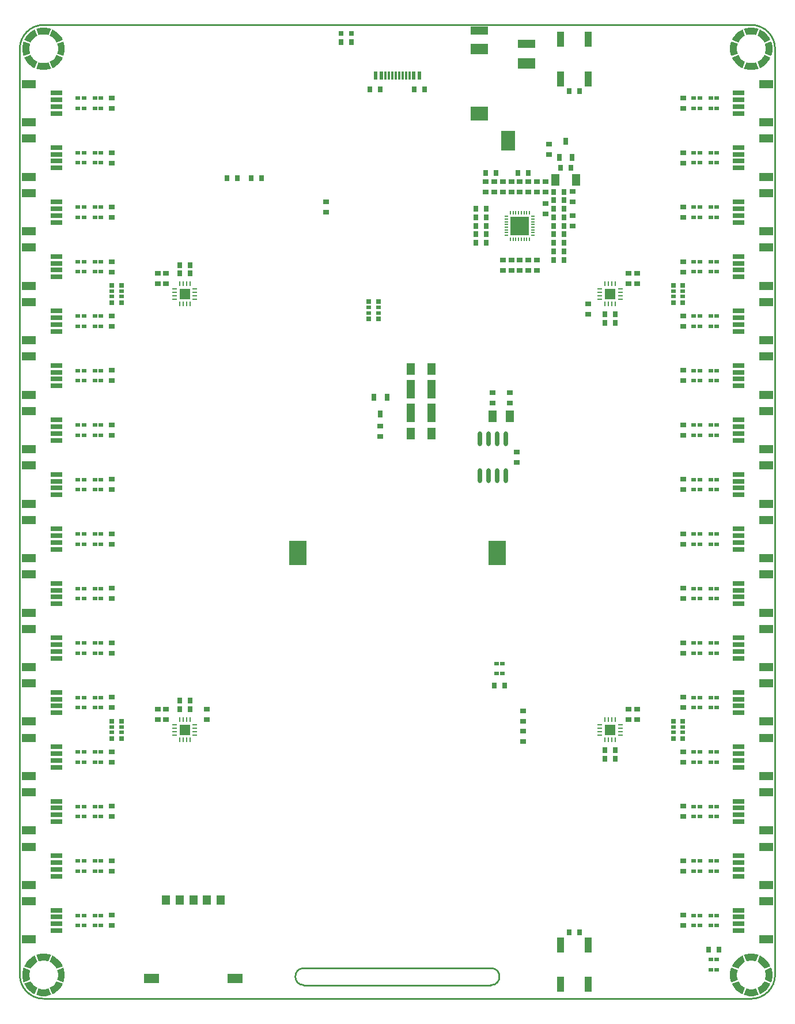
<source format=gtp>
G04*
G04 #@! TF.GenerationSoftware,Altium Limited,Altium Designer,22.2.1 (43)*
G04*
G04 Layer_Color=8421504*
%FSLAX44Y44*%
%MOMM*%
G71*
G04*
G04 #@! TF.SameCoordinates,68AC13A2-7F19-4EE1-B238-ED355C610A29*
G04*
G04*
G04 #@! TF.FilePolarity,Positive*
G04*
G01*
G75*
%ADD10C,0.2540*%
%ADD26R,0.8890X0.6350*%
%ADD27R,0.7000X0.6000*%
%ADD28O,0.7500X0.2500*%
%ADD29R,0.7000X1.0000*%
%ADD30R,2.6000X3.6000*%
%ADD31R,0.8000X0.6500*%
%ADD32R,0.8000X0.5000*%
%ADD33R,0.6350X0.8890*%
%ADD34R,1.6500X1.6500*%
%ADD35O,0.2500X0.7500*%
%ADD36R,1.8000X0.7000*%
%ADD37R,2.0000X1.2000*%
%ADD38R,1.0000X2.2000*%
%ADD39R,1.1430X1.7780*%
%ADD40R,1.1430X2.7940*%
%ADD41R,0.6000X1.2500*%
%ADD42R,0.3000X1.2500*%
%ADD43R,1.2000X1.4000*%
%ADD44R,2.2000X1.4000*%
%ADD45R,0.8000X0.8000*%
%ADD46O,0.6000X2.2000*%
%ADD47R,1.3000X1.8000*%
%ADD48R,2.8000X2.8000*%
%ADD49O,0.2000X0.6500*%
%ADD50O,0.6500X0.2000*%
%ADD51R,2.5000X1.5000*%
%ADD52R,2.5000X1.2000*%
%ADD53R,2.5000X2.0000*%
%ADD54R,2.0000X2.9000*%
G36*
X-507086Y-651708D02*
D01*
X-507086Y-651708D01*
X-507086Y-651708D01*
D02*
G37*
G36*
X-517215Y-648900D02*
X-511735Y-649889D01*
X-509126Y-650863D01*
X-509126Y-650863D01*
X-512957Y-660110D01*
X-514673Y-659584D01*
X-518207Y-658976D01*
X-521793Y-658976D01*
X-525327Y-659584D01*
X-527043Y-660110D01*
X-527043Y-660110D01*
X-530874Y-650863D01*
X-528265Y-649889D01*
X-522785Y-648900D01*
X-517215Y-648900D01*
D02*
G37*
G36*
X-529084Y-660956D02*
Y-660956D01*
X-530669Y-661796D01*
X-533598Y-663866D01*
X-536134Y-666402D01*
X-538204Y-669331D01*
X-539044Y-670916D01*
X-548292Y-667086D01*
D01*
X-548292Y-667086D01*
X-548292Y-667086D01*
X-547136Y-664553D01*
X-543960Y-659978D01*
X-540022Y-656040D01*
X-535447Y-652864D01*
X-532914Y-651708D01*
X-529084Y-660956D01*
D02*
G37*
G36*
X-504553Y-652864D02*
X-499978Y-656040D01*
X-496040Y-659978D01*
X-492864Y-664553D01*
X-491708Y-667086D01*
X-500956Y-670916D01*
X-500956Y-670916D01*
X-501796Y-669331D01*
X-503866Y-666402D01*
X-506402Y-663866D01*
X-509331Y-661796D01*
X-510916Y-660956D01*
X-507086Y-651708D01*
X-504553Y-652864D01*
D02*
G37*
G36*
X-489889Y-671735D02*
X-488900Y-677215D01*
X-488900Y-682785D01*
X-489889Y-688265D01*
X-490863Y-690874D01*
X-490863D01*
X-490863D01*
D01*
X-500110Y-687043D01*
X-499584Y-685328D01*
X-498976Y-681793D01*
X-498976Y-678207D01*
X-499584Y-674672D01*
X-500110Y-672957D01*
X-500110Y-672957D01*
X-490863Y-669126D01*
X-489889Y-671735D01*
D02*
G37*
G36*
X-539890Y-672957D02*
X-540416Y-674672D01*
X-541024Y-678207D01*
X-541024Y-681793D01*
X-540416Y-685328D01*
X-539890Y-687043D01*
Y-687043D01*
X-549137Y-690874D01*
X-550111Y-688265D01*
X-551100Y-682785D01*
X-551100Y-677215D01*
X-550111Y-671735D01*
X-549137Y-669126D01*
Y-669126D01*
X-539890Y-672957D01*
D02*
G37*
G36*
X-509126Y-709137D02*
X-511735Y-710111D01*
X-517215Y-711100D01*
X-522785Y-711100D01*
X-528265Y-710111D01*
X-530874Y-709137D01*
X-527043Y-699890D01*
X-525328Y-700416D01*
X-521793Y-701024D01*
X-518207Y-701024D01*
X-514673Y-700416D01*
X-512957Y-699890D01*
X-512957D01*
X-509126Y-709137D01*
D02*
G37*
G36*
X-538204Y-690669D02*
X-536134Y-693598D01*
X-533598Y-696134D01*
X-530669Y-698204D01*
X-529084Y-699044D01*
X-532914Y-708292D01*
Y-708292D01*
X-535447Y-707136D01*
X-540022Y-703960D01*
X-543960Y-700022D01*
X-547136Y-695447D01*
X-548292Y-692914D01*
X-539044Y-689084D01*
X-539044D01*
X-538204Y-690669D01*
D02*
G37*
G36*
X-491708Y-692914D02*
X-491708D01*
X-492864Y-695447D01*
X-496040Y-700022D01*
X-499978Y-703960D01*
X-504553Y-707136D01*
X-507086Y-708292D01*
X-510916Y-699044D01*
X-510916Y-699044D01*
X-509331Y-698204D01*
X-506402Y-696134D01*
X-503866Y-693598D01*
X-501796Y-690669D01*
X-500956Y-689084D01*
X-491708Y-692914D01*
D02*
G37*
G36*
X532914Y-651708D02*
D01*
X532914Y-651708D01*
X532914Y-651708D01*
D02*
G37*
G36*
X522785Y-648900D02*
X528265Y-649889D01*
X530874Y-650863D01*
X530874Y-650863D01*
X527043Y-660110D01*
X525327Y-659584D01*
X521793Y-658976D01*
X518207Y-658976D01*
X514673Y-659584D01*
X512957Y-660110D01*
X512957Y-660110D01*
X509126Y-650863D01*
X511735Y-649889D01*
X517215Y-648900D01*
X522785Y-648900D01*
D02*
G37*
G36*
X491708Y-667086D02*
D01*
X491708Y-667086D01*
X491708Y-667086D01*
D02*
G37*
G36*
X510916Y-660956D02*
Y-660956D01*
X509331Y-661796D01*
X506402Y-663866D01*
X503866Y-666402D01*
X501796Y-669331D01*
X500956Y-670916D01*
X491708Y-667086D01*
X492864Y-664553D01*
X496040Y-659978D01*
X499978Y-656040D01*
X504553Y-652864D01*
X507086Y-651708D01*
X510916Y-660956D01*
D02*
G37*
G36*
X535447Y-652864D02*
X540022Y-656040D01*
X543960Y-659978D01*
X547136Y-664553D01*
X548292Y-667086D01*
X539044Y-670916D01*
X539044Y-670916D01*
X538204Y-669331D01*
X536134Y-666402D01*
X533598Y-663866D01*
X530669Y-661796D01*
X529084Y-660956D01*
X532914Y-651708D01*
X535447Y-652864D01*
D02*
G37*
G36*
X550111Y-671735D02*
X551100Y-677215D01*
X551100Y-682785D01*
X550111Y-688265D01*
X549137Y-690874D01*
X549137D01*
X549137D01*
D01*
X539890Y-687043D01*
X540416Y-685328D01*
X541024Y-681793D01*
X541024Y-678207D01*
X540416Y-674672D01*
X539890Y-672957D01*
X539890Y-672957D01*
X549137Y-669126D01*
X550111Y-671735D01*
D02*
G37*
G36*
X500110Y-672957D02*
X499584Y-674672D01*
X498976Y-678207D01*
X498976Y-681793D01*
X499584Y-685328D01*
X500110Y-687043D01*
Y-687043D01*
X490863Y-690874D01*
X489889Y-688265D01*
X488900Y-682785D01*
X488900Y-677215D01*
X489889Y-671735D01*
X490863Y-669126D01*
Y-669126D01*
X500110Y-672957D01*
D02*
G37*
G36*
X530874Y-709137D02*
X528265Y-710111D01*
X522785Y-711100D01*
X517215Y-711100D01*
X511735Y-710111D01*
X509126Y-709137D01*
X512957Y-699890D01*
X514672Y-700416D01*
X518207Y-701024D01*
X521793Y-701024D01*
X525327Y-700416D01*
X527043Y-699890D01*
X527043D01*
X530874Y-709137D01*
D02*
G37*
G36*
X501796Y-690669D02*
X503866Y-693598D01*
X506402Y-696134D01*
X509331Y-698204D01*
X510916Y-699044D01*
X507086Y-708292D01*
Y-708292D01*
X504553Y-707136D01*
X499978Y-703960D01*
X496040Y-700022D01*
X492864Y-695447D01*
X491708Y-692914D01*
X500956Y-689084D01*
X500956D01*
X501796Y-690669D01*
D02*
G37*
G36*
X548292Y-692914D02*
X548292D01*
X547136Y-695447D01*
X543960Y-700022D01*
X540022Y-703960D01*
X535447Y-707136D01*
X532914Y-708292D01*
X529084Y-699044D01*
X529084Y-699044D01*
X530669Y-698204D01*
X533598Y-696134D01*
X536134Y-693598D01*
X538204Y-690669D01*
X539044Y-689084D01*
X548292Y-692914D01*
D02*
G37*
G36*
X-507086Y708292D02*
D01*
X-507086Y708292D01*
X-507086Y708292D01*
D02*
G37*
G36*
X-517215Y711100D02*
X-511735Y710111D01*
X-509126Y709137D01*
X-509126Y709137D01*
X-512957Y699890D01*
X-514673Y700416D01*
X-518207Y701024D01*
X-521793Y701024D01*
X-525327Y700416D01*
X-527043Y699890D01*
X-527043Y699890D01*
X-530874Y709137D01*
X-528265Y710111D01*
X-522785Y711100D01*
X-517215Y711100D01*
D02*
G37*
G36*
X-529084Y699044D02*
Y699044D01*
X-530669Y698204D01*
X-533598Y696134D01*
X-536134Y693598D01*
X-538204Y690669D01*
X-539044Y689084D01*
X-548292Y692914D01*
D01*
X-548292Y692914D01*
X-548292Y692914D01*
X-547136Y695447D01*
X-543960Y700022D01*
X-540022Y703960D01*
X-535447Y707136D01*
X-532914Y708292D01*
X-529084Y699044D01*
D02*
G37*
G36*
X-504553Y707136D02*
X-499978Y703960D01*
X-496040Y700022D01*
X-492864Y695447D01*
X-491708Y692914D01*
X-500956Y689084D01*
X-500956Y689084D01*
X-501796Y690669D01*
X-503866Y693598D01*
X-506402Y696134D01*
X-509331Y698204D01*
X-510916Y699044D01*
X-507086Y708292D01*
X-504553Y707136D01*
D02*
G37*
G36*
X-489889Y688265D02*
X-488900Y682785D01*
X-488900Y677215D01*
X-489889Y671735D01*
X-490863Y669126D01*
X-490863D01*
X-490863D01*
D01*
X-500110Y672957D01*
X-499584Y674672D01*
X-498976Y678207D01*
X-498976Y681793D01*
X-499584Y685328D01*
X-500110Y687043D01*
X-500110Y687043D01*
X-490863Y690874D01*
X-489889Y688265D01*
D02*
G37*
G36*
X-539890Y687043D02*
X-540416Y685328D01*
X-541024Y681793D01*
X-541024Y678207D01*
X-540416Y674672D01*
X-539890Y672957D01*
Y672957D01*
X-549137Y669126D01*
X-550111Y671735D01*
X-551100Y677215D01*
X-551100Y682785D01*
X-550111Y688265D01*
X-549137Y690874D01*
Y690874D01*
X-539890Y687043D01*
D02*
G37*
G36*
X-509126Y650863D02*
X-511735Y649889D01*
X-517215Y648900D01*
X-522785Y648900D01*
X-528265Y649889D01*
X-530874Y650863D01*
X-527043Y660110D01*
X-525328Y659584D01*
X-521793Y658976D01*
X-518207Y658976D01*
X-514673Y659584D01*
X-512957Y660110D01*
X-512957D01*
X-509126Y650863D01*
D02*
G37*
G36*
X-538204Y669331D02*
X-536134Y666402D01*
X-533598Y663866D01*
X-530669Y661796D01*
X-529084Y660956D01*
X-532914Y651708D01*
Y651708D01*
X-535447Y652864D01*
X-540022Y656040D01*
X-543960Y659978D01*
X-547136Y664553D01*
X-548292Y667086D01*
X-539044Y670916D01*
X-539044D01*
X-538204Y669331D01*
D02*
G37*
G36*
X-491708Y667086D02*
X-491708D01*
X-492864Y664553D01*
X-496040Y659978D01*
X-499978Y656040D01*
X-504553Y652864D01*
X-507086Y651708D01*
X-510916Y660956D01*
X-510916Y660956D01*
X-509331Y661796D01*
X-506402Y663866D01*
X-503866Y666402D01*
X-501796Y669331D01*
X-500956Y670916D01*
X-491708Y667086D01*
D02*
G37*
G36*
X532914Y708292D02*
D01*
X532914Y708292D01*
X532914Y708292D01*
D02*
G37*
G36*
X522785Y711100D02*
X528265Y710111D01*
X530874Y709137D01*
X530874Y709137D01*
X527043Y699890D01*
X525327Y700416D01*
X521793Y701024D01*
X518207Y701024D01*
X514673Y700416D01*
X512957Y699890D01*
X512957Y699890D01*
X509126Y709137D01*
X511735Y710111D01*
X517215Y711100D01*
X522785Y711100D01*
D02*
G37*
G36*
X510916Y699044D02*
Y699044D01*
X509331Y698204D01*
X506402Y696134D01*
X503866Y693598D01*
X501796Y690669D01*
X500956Y689084D01*
X491708Y692914D01*
D01*
X491708Y692914D01*
X491708Y692914D01*
X492864Y695447D01*
X496040Y700022D01*
X499978Y703960D01*
X504553Y707136D01*
X507086Y708292D01*
X510916Y699044D01*
D02*
G37*
G36*
X535447Y707136D02*
X540022Y703960D01*
X543960Y700022D01*
X547136Y695447D01*
X548292Y692914D01*
X539044Y689084D01*
X539044Y689084D01*
X538204Y690669D01*
X536134Y693598D01*
X533598Y696134D01*
X530669Y698204D01*
X529084Y699044D01*
X532914Y708292D01*
X535447Y707136D01*
D02*
G37*
G36*
X550111Y688265D02*
X551100Y682785D01*
X551100Y677215D01*
X550111Y671735D01*
X549137Y669126D01*
X549137D01*
X549137D01*
D01*
X539890Y672957D01*
X540416Y674672D01*
X541024Y678207D01*
X541024Y681793D01*
X540416Y685328D01*
X539890Y687043D01*
X539890Y687043D01*
X549137Y690874D01*
X550111Y688265D01*
D02*
G37*
G36*
X500110Y687043D02*
X499584Y685328D01*
X498976Y681793D01*
X498976Y678207D01*
X499584Y674672D01*
X500110Y672957D01*
Y672957D01*
X490863Y669126D01*
X489889Y671735D01*
X488900Y677215D01*
X488900Y682785D01*
X489889Y688265D01*
X490863Y690874D01*
Y690874D01*
X500110Y687043D01*
D02*
G37*
G36*
X530874Y650863D02*
X528265Y649889D01*
X522785Y648900D01*
X517215Y648900D01*
X511735Y649889D01*
X509126Y650863D01*
X512957Y660110D01*
X514672Y659584D01*
X518207Y658976D01*
X521793Y658976D01*
X525327Y659584D01*
X527043Y660110D01*
X527043D01*
X530874Y650863D01*
D02*
G37*
G36*
X501796Y669331D02*
X503866Y666402D01*
X506402Y663866D01*
X509331Y661796D01*
X510916Y660956D01*
X507086Y651708D01*
Y651708D01*
X504553Y652864D01*
X499978Y656040D01*
X496040Y659978D01*
X492864Y664553D01*
X491708Y667086D01*
X500956Y670916D01*
X500956D01*
X501796Y669331D01*
D02*
G37*
G36*
X548292Y667086D02*
X548292D01*
X547136Y664553D01*
X543960Y659978D01*
X540022Y656040D01*
X535447Y652864D01*
X532914Y651708D01*
X529084Y660956D01*
X529084Y660956D01*
X530669Y661796D01*
X533598Y663866D01*
X536134Y666402D01*
X538204Y669331D01*
X539044Y670916D01*
X548292Y667086D01*
D02*
G37*
D10*
X137500Y-695000D02*
G03*
X137500Y-670000I0J12500D01*
G01*
X-137500D02*
G03*
X-137500Y-695000I0J-12500D01*
G01*
X520000Y-715000D02*
G03*
X555000Y-680000I0J35000D01*
G01*
Y680000D02*
G03*
X520000Y715000I-35000J0D01*
G01*
X-520000D02*
G03*
X-555000Y680000I0J-35000D01*
G01*
Y-680000D02*
G03*
X-520000Y-715000I35000J0D01*
G01*
X-137500Y-695000D02*
X137500Y-695000D01*
X-137500Y-670000D02*
X137500Y-670000D01*
X555000Y-680000D02*
X555000Y680000D01*
X0Y-715000D02*
X520000D01*
X0Y715000D02*
X520000D01*
X-520000D02*
X0D01*
X-520000Y-715000D02*
X0D01*
X-555000Y680000D02*
X-555000Y-680000D01*
D26*
X280000Y305120D02*
D03*
Y289880D02*
D03*
X-280000Y-289880D02*
D03*
Y-305120D02*
D03*
X-25000Y125620D02*
D03*
Y110380D02*
D03*
X340000Y-289880D02*
D03*
Y-305120D02*
D03*
X352500Y-289880D02*
D03*
Y-305120D02*
D03*
Y350120D02*
D03*
Y334880D02*
D03*
X340000Y350120D02*
D03*
Y334880D02*
D03*
X420000Y32380D02*
D03*
Y47620D02*
D03*
Y112380D02*
D03*
Y127620D02*
D03*
Y192380D02*
D03*
Y207620D02*
D03*
Y272380D02*
D03*
Y287620D02*
D03*
Y352380D02*
D03*
Y367620D02*
D03*
Y432380D02*
D03*
Y447620D02*
D03*
Y512380D02*
D03*
Y527620D02*
D03*
Y592380D02*
D03*
Y607620D02*
D03*
X185000Y-337620D02*
D03*
Y-322380D02*
D03*
X155000Y370120D02*
D03*
Y354880D02*
D03*
X180000Y370120D02*
D03*
Y354880D02*
D03*
X167500Y370120D02*
D03*
Y354880D02*
D03*
X192500Y370120D02*
D03*
Y354880D02*
D03*
X180000Y485120D02*
D03*
Y469880D02*
D03*
X142500Y485120D02*
D03*
Y469880D02*
D03*
X205000Y370120D02*
D03*
Y354880D02*
D03*
X-352500Y-289880D02*
D03*
Y-305120D02*
D03*
Y350120D02*
D03*
Y334880D02*
D03*
X-340000Y-289880D02*
D03*
Y-305120D02*
D03*
Y350120D02*
D03*
Y334880D02*
D03*
X-420000Y-592380D02*
D03*
Y-607620D02*
D03*
Y-512380D02*
D03*
Y-527620D02*
D03*
Y-432380D02*
D03*
Y-447620D02*
D03*
Y-352380D02*
D03*
Y-367620D02*
D03*
Y-272380D02*
D03*
Y-287620D02*
D03*
Y-192380D02*
D03*
Y-207620D02*
D03*
Y-112380D02*
D03*
Y-127620D02*
D03*
Y-32380D02*
D03*
Y-47620D02*
D03*
X420000Y-607620D02*
D03*
Y-592380D02*
D03*
Y-527620D02*
D03*
Y-512380D02*
D03*
Y-447620D02*
D03*
Y-432380D02*
D03*
Y-367620D02*
D03*
Y-352380D02*
D03*
Y-287620D02*
D03*
Y-272380D02*
D03*
Y-207620D02*
D03*
Y-192380D02*
D03*
Y-127620D02*
D03*
Y-112380D02*
D03*
Y-47620D02*
D03*
Y-32380D02*
D03*
X-105000Y440380D02*
D03*
Y455620D02*
D03*
X185000Y-307620D02*
D03*
Y-292380D02*
D03*
X165000Y159880D02*
D03*
Y175120D02*
D03*
X140000Y159880D02*
D03*
Y175120D02*
D03*
X175000Y87620D02*
D03*
Y72380D02*
D03*
X257500Y454880D02*
D03*
Y470120D02*
D03*
X257500Y435120D02*
D03*
Y419880D02*
D03*
X222500Y524880D02*
D03*
Y540120D02*
D03*
X218000Y452620D02*
D03*
Y437380D02*
D03*
X167500Y469880D02*
D03*
Y485120D02*
D03*
X155000Y469880D02*
D03*
Y485120D02*
D03*
X192500D02*
D03*
Y469880D02*
D03*
X130000Y485120D02*
D03*
Y469880D02*
D03*
X217500Y485120D02*
D03*
Y469880D02*
D03*
X205000Y485120D02*
D03*
Y469880D02*
D03*
X-420000Y32380D02*
D03*
Y47620D02*
D03*
Y112380D02*
D03*
Y127620D02*
D03*
Y192380D02*
D03*
Y207620D02*
D03*
Y272380D02*
D03*
Y287620D02*
D03*
Y352380D02*
D03*
Y367620D02*
D03*
Y432380D02*
D03*
Y447620D02*
D03*
Y512380D02*
D03*
Y527620D02*
D03*
Y592380D02*
D03*
Y607620D02*
D03*
D27*
X435500Y-607500D02*
D03*
X-469500D02*
D03*
X435500Y32500D02*
D03*
X154500Y-222500D02*
D03*
X-469500Y32500D02*
D03*
X460500Y-47500D02*
D03*
X469500D02*
D03*
X460500Y-32500D02*
D03*
X469500D02*
D03*
X435500Y-47500D02*
D03*
X444500D02*
D03*
X435500Y-32500D02*
D03*
X444500D02*
D03*
X-469500Y432500D02*
D03*
X-460500D02*
D03*
X-469500Y447500D02*
D03*
X-460500D02*
D03*
X-444500Y432500D02*
D03*
X-435500D02*
D03*
X-444500Y447500D02*
D03*
X-435500D02*
D03*
X145500Y-222500D02*
D03*
X154500Y-237500D02*
D03*
X145500D02*
D03*
X469500Y-657500D02*
D03*
X460500D02*
D03*
X469500Y-672500D02*
D03*
X460500D02*
D03*
X435500Y592500D02*
D03*
X444500D02*
D03*
X435500Y607500D02*
D03*
X444500D02*
D03*
X460500Y592500D02*
D03*
X469500D02*
D03*
X460500Y607500D02*
D03*
X469500D02*
D03*
X-460500Y-607500D02*
D03*
X-469500Y-592500D02*
D03*
X-460500D02*
D03*
X-444500Y-607500D02*
D03*
X-435500D02*
D03*
X-444500Y-592500D02*
D03*
X-435500D02*
D03*
X-469500Y-527500D02*
D03*
X-460500D02*
D03*
X-469500Y-512500D02*
D03*
X-460500D02*
D03*
X-444500Y-527500D02*
D03*
X-435500D02*
D03*
X-444500Y-512500D02*
D03*
X-435500D02*
D03*
X-469500Y-447500D02*
D03*
X-460500D02*
D03*
X-469500Y-432500D02*
D03*
X-460500D02*
D03*
X-444500Y-447500D02*
D03*
X-435500D02*
D03*
X-444500Y-432500D02*
D03*
X-435500D02*
D03*
X-469500Y-367500D02*
D03*
X-460500D02*
D03*
X-469500Y-352500D02*
D03*
X-460500D02*
D03*
X-444500Y-367500D02*
D03*
X-435500D02*
D03*
X-444500Y-352500D02*
D03*
X-435500D02*
D03*
X-469500Y-287500D02*
D03*
X-460500D02*
D03*
X-469500Y-272500D02*
D03*
X-460500D02*
D03*
X-444500Y-287500D02*
D03*
X-435500D02*
D03*
X-444500Y-272500D02*
D03*
X-435500D02*
D03*
X-469500Y-207500D02*
D03*
X-460500D02*
D03*
X-469500Y-192500D02*
D03*
X-460500D02*
D03*
X-444500Y-207500D02*
D03*
X-435500D02*
D03*
X-444500Y-192500D02*
D03*
X-435500D02*
D03*
X-469500Y-127500D02*
D03*
X-460500D02*
D03*
X-469500Y-112500D02*
D03*
X-460500D02*
D03*
X-444500Y-127500D02*
D03*
X-435500D02*
D03*
X-444500Y-112500D02*
D03*
X-435500D02*
D03*
X-469500Y-47500D02*
D03*
X-460500D02*
D03*
X-469500Y-32500D02*
D03*
X-460500D02*
D03*
X-444500Y-47500D02*
D03*
X-435500D02*
D03*
X-444500Y-32500D02*
D03*
X-435500D02*
D03*
X444500Y-272500D02*
D03*
X435500D02*
D03*
X444500Y-287500D02*
D03*
X435500D02*
D03*
X469500Y-272500D02*
D03*
X460500D02*
D03*
X469500Y-287500D02*
D03*
X460500D02*
D03*
X444500Y-192500D02*
D03*
X435500D02*
D03*
X444500Y-207500D02*
D03*
X435500D02*
D03*
X469500Y-192500D02*
D03*
X460500D02*
D03*
X469500Y-207500D02*
D03*
X460500D02*
D03*
X444500Y-112500D02*
D03*
X435500D02*
D03*
X444500Y-127500D02*
D03*
X435500D02*
D03*
X469500Y-112500D02*
D03*
X460500D02*
D03*
X469500Y-127500D02*
D03*
X460500D02*
D03*
X444500Y-592500D02*
D03*
X435500D02*
D03*
X444500Y-607500D02*
D03*
X469500Y-592500D02*
D03*
X460500D02*
D03*
X469500Y-607500D02*
D03*
X460500D02*
D03*
X444500Y-512500D02*
D03*
X435500D02*
D03*
X444500Y-527500D02*
D03*
X435500D02*
D03*
X469500Y-512500D02*
D03*
X460500D02*
D03*
X469500Y-527500D02*
D03*
X460500D02*
D03*
X444500Y-432500D02*
D03*
X435500D02*
D03*
X444500Y-447500D02*
D03*
X435500D02*
D03*
X469500Y-432500D02*
D03*
X460500D02*
D03*
X469500Y-447500D02*
D03*
X460500D02*
D03*
X444500Y-352500D02*
D03*
X435500D02*
D03*
X444500Y-367500D02*
D03*
X435500D02*
D03*
X469500Y-352500D02*
D03*
X460500D02*
D03*
X469500Y-367500D02*
D03*
X460500D02*
D03*
X444500Y47500D02*
D03*
X435500D02*
D03*
X444500Y32500D02*
D03*
X-460500Y47500D02*
D03*
X-469500D02*
D03*
X-460500Y32500D02*
D03*
X469500Y47500D02*
D03*
X460500D02*
D03*
X469500Y32500D02*
D03*
X460500D02*
D03*
X-435500Y47500D02*
D03*
X-444500D02*
D03*
X-435500Y32500D02*
D03*
X-444500D02*
D03*
X444500Y127500D02*
D03*
X435500D02*
D03*
X444500Y112500D02*
D03*
X435500D02*
D03*
X-460500Y127500D02*
D03*
X-469500D02*
D03*
X-460500Y112500D02*
D03*
X-469500D02*
D03*
X469500Y127500D02*
D03*
X460500D02*
D03*
X469500Y112500D02*
D03*
X460500D02*
D03*
X-435500Y127500D02*
D03*
X-444500D02*
D03*
X-435500Y112500D02*
D03*
X-444500D02*
D03*
X444500Y207500D02*
D03*
X435500D02*
D03*
X444500Y192500D02*
D03*
X435500D02*
D03*
X-460500Y207500D02*
D03*
X-469500D02*
D03*
X-460500Y192500D02*
D03*
X-469500D02*
D03*
X469500Y207500D02*
D03*
X460500D02*
D03*
X469500Y192500D02*
D03*
X460500D02*
D03*
X-435500Y207500D02*
D03*
X-444500D02*
D03*
X-435500Y192500D02*
D03*
X-444500D02*
D03*
X444500Y287500D02*
D03*
X435500D02*
D03*
X444500Y272500D02*
D03*
X435500D02*
D03*
X-460500Y287500D02*
D03*
X-469500D02*
D03*
X-460500Y272500D02*
D03*
X-469500D02*
D03*
X469500Y287500D02*
D03*
X460500D02*
D03*
X469500Y272500D02*
D03*
X460500D02*
D03*
X-435500Y287500D02*
D03*
X-444500D02*
D03*
X-435500Y272500D02*
D03*
X-444500D02*
D03*
X444500Y367500D02*
D03*
X435500D02*
D03*
X444500Y352500D02*
D03*
X435500D02*
D03*
X-460500Y367500D02*
D03*
X-469500D02*
D03*
X-460500Y352500D02*
D03*
X-469500D02*
D03*
X469500Y367500D02*
D03*
X460500D02*
D03*
X469500Y352500D02*
D03*
X460500D02*
D03*
X-435500Y367500D02*
D03*
X-444500D02*
D03*
X-435500Y352500D02*
D03*
X-444500D02*
D03*
X444500Y447500D02*
D03*
X435500D02*
D03*
X444500Y432500D02*
D03*
X435500D02*
D03*
X469500Y447500D02*
D03*
X460500D02*
D03*
X469500Y432500D02*
D03*
X460500D02*
D03*
X444500Y527500D02*
D03*
X435500D02*
D03*
X444500Y512500D02*
D03*
X435500D02*
D03*
X-460500Y527500D02*
D03*
X-469500D02*
D03*
X-460500Y512500D02*
D03*
X-469500D02*
D03*
X469500Y527500D02*
D03*
X460500D02*
D03*
X469500Y512500D02*
D03*
X460500D02*
D03*
X-435500Y527500D02*
D03*
X-444500D02*
D03*
X-435500Y512500D02*
D03*
X-444500D02*
D03*
X-460500Y607500D02*
D03*
X-469500D02*
D03*
X-460500Y592500D02*
D03*
X-469500D02*
D03*
X-435500Y607500D02*
D03*
X-444500D02*
D03*
X-435500Y592500D02*
D03*
X-444500D02*
D03*
D28*
X-297500Y312500D02*
D03*
Y317500D02*
D03*
Y322500D02*
D03*
Y327500D02*
D03*
Y-327500D02*
D03*
Y-322500D02*
D03*
Y-317500D02*
D03*
Y-312500D02*
D03*
X297500Y327500D02*
D03*
Y322500D02*
D03*
Y317500D02*
D03*
Y312500D02*
D03*
Y-312500D02*
D03*
Y-317500D02*
D03*
Y-322500D02*
D03*
Y-327500D02*
D03*
X327500Y-312500D02*
D03*
Y-317500D02*
D03*
Y-327500D02*
D03*
Y-322500D02*
D03*
Y327500D02*
D03*
Y322500D02*
D03*
Y312500D02*
D03*
Y317500D02*
D03*
X-327500Y-327500D02*
D03*
Y-322500D02*
D03*
Y-312500D02*
D03*
Y-317500D02*
D03*
Y312500D02*
D03*
Y317500D02*
D03*
Y327500D02*
D03*
Y322500D02*
D03*
D29*
X-25000Y144000D02*
D03*
X-15500Y168000D02*
D03*
X-34500D02*
D03*
X247500Y544500D02*
D03*
X238000Y520500D02*
D03*
X257000D02*
D03*
D30*
X-146500Y-60000D02*
D03*
X146500D02*
D03*
D31*
X405500Y-332750D02*
D03*
Y-307250D02*
D03*
X419500Y-332750D02*
D03*
Y-307250D02*
D03*
X405500Y307250D02*
D03*
Y332750D02*
D03*
X419500Y307250D02*
D03*
Y332750D02*
D03*
X-405500Y-332750D02*
D03*
Y-307250D02*
D03*
X-419500Y-332750D02*
D03*
Y-307250D02*
D03*
X-42000Y308850D02*
D03*
Y283350D02*
D03*
X-28000Y308850D02*
D03*
Y283350D02*
D03*
X-419500Y332750D02*
D03*
Y307250D02*
D03*
X-405500Y332750D02*
D03*
Y307250D02*
D03*
D32*
X405500Y-316000D02*
D03*
Y-324000D02*
D03*
X419500Y-316000D02*
D03*
Y-324000D02*
D03*
X405500Y324000D02*
D03*
Y316000D02*
D03*
X419500Y324000D02*
D03*
Y316000D02*
D03*
X-405500Y-316000D02*
D03*
Y-324000D02*
D03*
X-419500Y-316000D02*
D03*
Y-324000D02*
D03*
X-42000Y292100D02*
D03*
Y300100D02*
D03*
X-28000Y292100D02*
D03*
Y300100D02*
D03*
X-419500Y316000D02*
D03*
Y324000D02*
D03*
X-405500Y316000D02*
D03*
Y324000D02*
D03*
D33*
X304880Y-350000D02*
D03*
X320120D02*
D03*
X304880Y-362500D02*
D03*
X320120D02*
D03*
X304880Y290000D02*
D03*
X320120D02*
D03*
X304880Y277500D02*
D03*
X320120D02*
D03*
X-82620Y690000D02*
D03*
X-67380D02*
D03*
X267620Y617500D02*
D03*
X252380D02*
D03*
X252380Y-617500D02*
D03*
X267620D02*
D03*
X40120Y620000D02*
D03*
X24880D02*
D03*
X-40120Y620000D02*
D03*
X-24880D02*
D03*
X-304880Y-290000D02*
D03*
X-320120D02*
D03*
X-304880Y-277500D02*
D03*
X-320120D02*
D03*
X-304880Y350000D02*
D03*
X-320120D02*
D03*
X-304880Y362500D02*
D03*
X-320120D02*
D03*
X-215120Y490000D02*
D03*
X-199880D02*
D03*
X-234880Y490000D02*
D03*
X-250120D02*
D03*
X142380Y-255000D02*
D03*
X157620D02*
D03*
X457380Y-642500D02*
D03*
X472620D02*
D03*
X245120Y370000D02*
D03*
X229880D02*
D03*
X245120Y382500D02*
D03*
X229880D02*
D03*
Y470000D02*
D03*
X245120D02*
D03*
X229880Y420000D02*
D03*
X245120D02*
D03*
X130120Y420000D02*
D03*
X114880D02*
D03*
X239880Y505000D02*
D03*
X255120D02*
D03*
X245120Y432500D02*
D03*
X229880D02*
D03*
X245120Y445000D02*
D03*
X229880D02*
D03*
X245120Y457500D02*
D03*
X229880D02*
D03*
X245120Y395000D02*
D03*
X229880D02*
D03*
X245120Y407500D02*
D03*
X229880D02*
D03*
X114880Y395000D02*
D03*
X130120D02*
D03*
X114880Y407500D02*
D03*
X130120D02*
D03*
X177380Y497500D02*
D03*
X192620D02*
D03*
X145120Y497500D02*
D03*
X129880D02*
D03*
X114880Y432500D02*
D03*
X130120D02*
D03*
X114880Y445000D02*
D03*
X130120D02*
D03*
D34*
X312500Y-320000D02*
D03*
Y320000D02*
D03*
X-312500Y-320000D02*
D03*
Y320000D02*
D03*
D35*
X315000Y-305000D02*
D03*
X320000D02*
D03*
X310000D02*
D03*
X305000D02*
D03*
X310000Y-335000D02*
D03*
X305000D02*
D03*
X315000D02*
D03*
X320000D02*
D03*
X315000Y335000D02*
D03*
X320000D02*
D03*
X310000D02*
D03*
X305000D02*
D03*
X310000Y305000D02*
D03*
X305000D02*
D03*
X315000D02*
D03*
X320000D02*
D03*
X-315000Y-335000D02*
D03*
X-320000D02*
D03*
X-310000D02*
D03*
X-305000D02*
D03*
X-310000Y-305000D02*
D03*
X-305000D02*
D03*
X-315000D02*
D03*
X-320000D02*
D03*
X-315000Y305000D02*
D03*
X-320000D02*
D03*
X-310000D02*
D03*
X-305000D02*
D03*
X-310000Y335000D02*
D03*
X-305000D02*
D03*
X-315000D02*
D03*
X-320000D02*
D03*
D36*
X-501000Y-595000D02*
D03*
Y-585000D02*
D03*
Y-605000D02*
D03*
Y-615000D02*
D03*
Y-275000D02*
D03*
Y-265000D02*
D03*
Y-285000D02*
D03*
Y-295000D02*
D03*
Y-515000D02*
D03*
Y-505000D02*
D03*
Y-525000D02*
D03*
Y-535000D02*
D03*
Y-195000D02*
D03*
Y-185000D02*
D03*
Y-205000D02*
D03*
Y-215000D02*
D03*
Y-435000D02*
D03*
Y-425000D02*
D03*
Y-445000D02*
D03*
Y-455000D02*
D03*
Y-115000D02*
D03*
Y-105000D02*
D03*
Y-125000D02*
D03*
Y-135000D02*
D03*
Y-355000D02*
D03*
Y-345000D02*
D03*
Y-365000D02*
D03*
Y-375000D02*
D03*
Y-35000D02*
D03*
Y-25000D02*
D03*
Y-45000D02*
D03*
Y-55000D02*
D03*
X501000Y-345000D02*
D03*
Y-355000D02*
D03*
Y-375000D02*
D03*
Y-365000D02*
D03*
Y-25000D02*
D03*
Y-35000D02*
D03*
Y-55000D02*
D03*
Y-45000D02*
D03*
Y-425000D02*
D03*
Y-435000D02*
D03*
Y-455000D02*
D03*
Y-445000D02*
D03*
Y-105000D02*
D03*
Y-115000D02*
D03*
Y-135000D02*
D03*
Y-125000D02*
D03*
Y-505000D02*
D03*
Y-515000D02*
D03*
Y-535000D02*
D03*
Y-525000D02*
D03*
Y-185000D02*
D03*
Y-195000D02*
D03*
Y-215000D02*
D03*
Y-205000D02*
D03*
Y-585000D02*
D03*
Y-595000D02*
D03*
Y-615000D02*
D03*
Y-605000D02*
D03*
Y-265000D02*
D03*
Y-275000D02*
D03*
Y-295000D02*
D03*
Y-285000D02*
D03*
Y55000D02*
D03*
Y45000D02*
D03*
Y25000D02*
D03*
Y35000D02*
D03*
X-501000Y25000D02*
D03*
Y35000D02*
D03*
Y55000D02*
D03*
Y45000D02*
D03*
X501000Y375000D02*
D03*
Y365000D02*
D03*
Y345000D02*
D03*
Y355000D02*
D03*
X-501000Y345000D02*
D03*
Y355000D02*
D03*
Y375000D02*
D03*
Y365000D02*
D03*
X501000Y135000D02*
D03*
Y125000D02*
D03*
Y105000D02*
D03*
Y115000D02*
D03*
X-501000Y105000D02*
D03*
Y115000D02*
D03*
Y135000D02*
D03*
Y125000D02*
D03*
X501000Y455000D02*
D03*
Y445000D02*
D03*
Y425000D02*
D03*
Y435000D02*
D03*
X-501000Y425000D02*
D03*
Y435000D02*
D03*
Y455000D02*
D03*
Y445000D02*
D03*
X501000Y215000D02*
D03*
Y205000D02*
D03*
Y185000D02*
D03*
Y195000D02*
D03*
X-501000Y185000D02*
D03*
Y195000D02*
D03*
Y215000D02*
D03*
Y205000D02*
D03*
X501000Y535000D02*
D03*
Y525000D02*
D03*
Y505000D02*
D03*
Y515000D02*
D03*
X-501000Y505000D02*
D03*
Y515000D02*
D03*
Y535000D02*
D03*
Y525000D02*
D03*
X501000Y295000D02*
D03*
Y285000D02*
D03*
Y265000D02*
D03*
Y275000D02*
D03*
X-501000Y265000D02*
D03*
Y275000D02*
D03*
Y295000D02*
D03*
Y285000D02*
D03*
X501000Y615000D02*
D03*
Y605000D02*
D03*
Y585000D02*
D03*
Y595000D02*
D03*
X-501000Y585000D02*
D03*
Y595000D02*
D03*
Y615000D02*
D03*
Y605000D02*
D03*
D37*
X-542000Y-572000D02*
D03*
Y-628000D02*
D03*
Y-252000D02*
D03*
Y-308000D02*
D03*
Y-492000D02*
D03*
Y-548000D02*
D03*
Y-172000D02*
D03*
Y-228000D02*
D03*
Y-412000D02*
D03*
Y-468000D02*
D03*
Y-92000D02*
D03*
Y-148000D02*
D03*
Y-332000D02*
D03*
Y-388000D02*
D03*
Y-12000D02*
D03*
Y-68000D02*
D03*
X542000Y-332000D02*
D03*
Y-388000D02*
D03*
Y-12000D02*
D03*
Y-68000D02*
D03*
Y-412000D02*
D03*
Y-468000D02*
D03*
Y-92000D02*
D03*
Y-148000D02*
D03*
Y-492000D02*
D03*
Y-548000D02*
D03*
Y-172000D02*
D03*
Y-228000D02*
D03*
Y-572000D02*
D03*
Y-628000D02*
D03*
Y-252000D02*
D03*
Y-308000D02*
D03*
Y68000D02*
D03*
Y12000D02*
D03*
X-542000Y12000D02*
D03*
Y68000D02*
D03*
X542000Y388000D02*
D03*
Y332000D02*
D03*
X-542000Y332000D02*
D03*
Y388000D02*
D03*
X542000Y148000D02*
D03*
Y92000D02*
D03*
X-542000D02*
D03*
Y148000D02*
D03*
X542000Y468000D02*
D03*
Y412000D02*
D03*
X-542000D02*
D03*
Y468000D02*
D03*
X542000Y228000D02*
D03*
Y172000D02*
D03*
X-542000Y172000D02*
D03*
Y228000D02*
D03*
X542000Y548000D02*
D03*
Y492000D02*
D03*
X-542000Y492000D02*
D03*
Y548000D02*
D03*
X542000Y308000D02*
D03*
Y252000D02*
D03*
X-542000Y252000D02*
D03*
Y308000D02*
D03*
X542000Y628000D02*
D03*
Y572000D02*
D03*
X-542000Y572000D02*
D03*
Y628000D02*
D03*
D38*
X240000Y694000D02*
D03*
X280000D02*
D03*
X240000Y636000D02*
D03*
X280000D02*
D03*
X280000Y-694000D02*
D03*
X240000D02*
D03*
X280000Y-636000D02*
D03*
X240000D02*
D03*
D39*
X50240Y210000D02*
D03*
X19760D02*
D03*
X50240Y115000D02*
D03*
X19760D02*
D03*
X232260Y487500D02*
D03*
X262740D02*
D03*
D40*
X50240Y180000D02*
D03*
X19760D02*
D03*
X50240Y145000D02*
D03*
X19760D02*
D03*
D41*
X32000Y640500D02*
D03*
X24000D02*
D03*
X-24000D02*
D03*
X-32000D02*
D03*
D42*
X17500D02*
D03*
X12500D02*
D03*
X7500D02*
D03*
X2500D02*
D03*
X-2500D02*
D03*
X-7500D02*
D03*
X-12500D02*
D03*
X-17500D02*
D03*
D43*
X-280000Y-570000D02*
D03*
X-300000D02*
D03*
X-320000D02*
D03*
X-260000D02*
D03*
X-340000D02*
D03*
D44*
X-239000Y-685000D02*
D03*
X-361000D02*
D03*
D45*
X-82500Y702500D02*
D03*
X-67500D02*
D03*
D46*
X146350Y107000D02*
D03*
X120950D02*
D03*
X159050Y53000D02*
D03*
X146350D02*
D03*
X133650D02*
D03*
X159050Y107000D02*
D03*
X133650D02*
D03*
X120950Y53000D02*
D03*
D47*
X165000Y140000D02*
D03*
X140000D02*
D03*
D48*
X180000Y420000D02*
D03*
D49*
X166000Y439500D02*
D03*
X170000D02*
D03*
X174000D02*
D03*
X178000D02*
D03*
X186000D02*
D03*
X190000D02*
D03*
X194000D02*
D03*
X182000D02*
D03*
X166000Y400500D02*
D03*
X170000D02*
D03*
X174000D02*
D03*
X178000D02*
D03*
X182000D02*
D03*
X186000D02*
D03*
X190000D02*
D03*
X194000D02*
D03*
D50*
X160500Y406000D02*
D03*
Y410000D02*
D03*
Y414000D02*
D03*
Y418000D02*
D03*
Y422000D02*
D03*
Y426000D02*
D03*
Y430000D02*
D03*
Y434000D02*
D03*
X199500Y410000D02*
D03*
Y414000D02*
D03*
Y418000D02*
D03*
Y422000D02*
D03*
Y426000D02*
D03*
Y430000D02*
D03*
Y406000D02*
D03*
Y434000D02*
D03*
D51*
X120000Y679500D02*
D03*
X190000Y658500D02*
D03*
D52*
X120000Y706500D02*
D03*
X190000Y687500D02*
D03*
D53*
X120000Y584500D02*
D03*
D54*
X163000Y545000D02*
D03*
M02*

</source>
